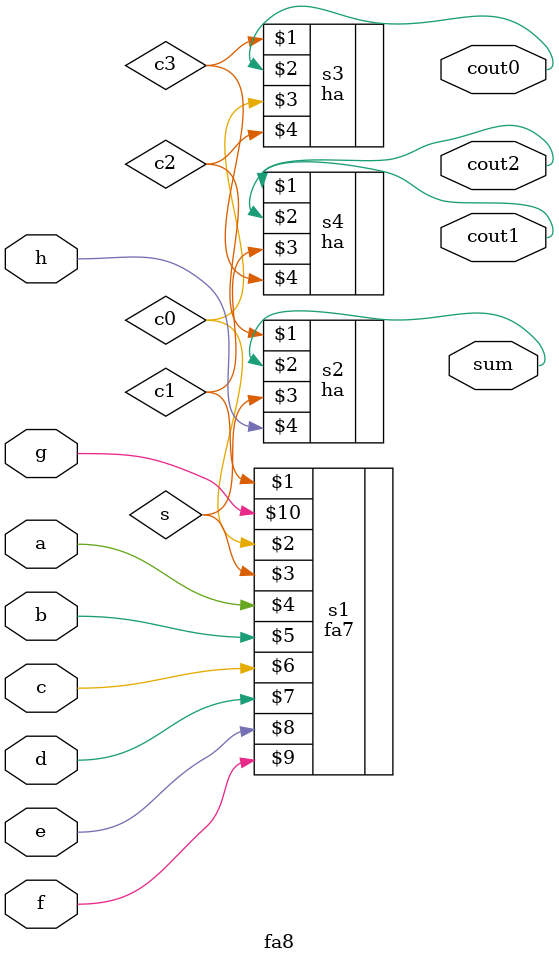
<source format=v>
module fa8(cout2,cout1,cout0,sum,a,b,c,d,e,f,g,h);
input a,b,c,d,e,f,g,h;
output sum,cout2,cout1,cout0;

fa7 s1(c1,c0,s,a,b,c,d,e,f,g);
ha s2(c2,sum,s,h);
ha s3(c3,cout0,c0,c2);
ha s4(cout2,cout1,c1,c3);

endmodule
</source>
